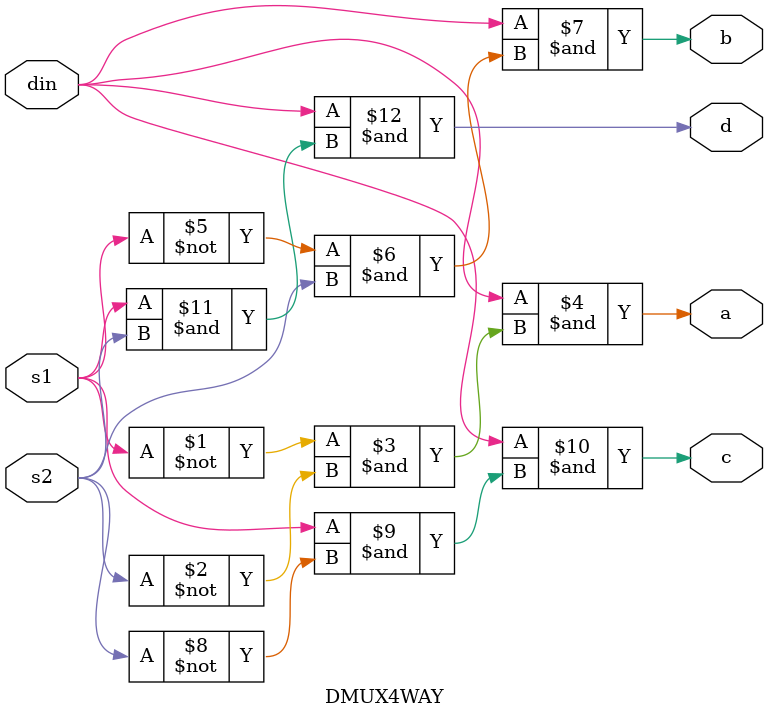
<source format=v>
module DMUX4WAY (input s1, s2, din, output a, b, c, d);

assign a = din&(~s1&~s2);
assign b = din&(~s1&s2);
assign c = din&(s1&~s2);
assign d = din&(s1&s2);

endmodule
</source>
